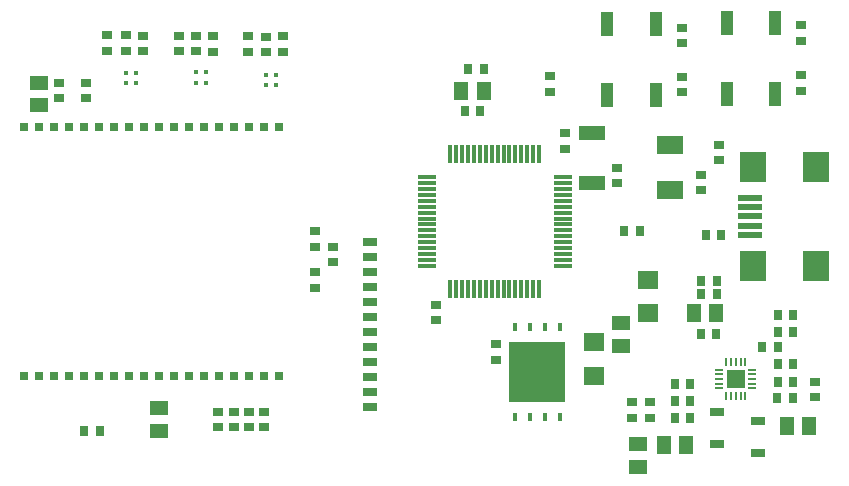
<source format=gts>
G75*
%MOIN*%
%OFA0B0*%
%FSLAX25Y25*%
%IPPOS*%
%LPD*%
%AMOC8*
5,1,8,0,0,1.08239X$1,22.5*
%
%ADD10R,0.02559X0.03150*%
%ADD11R,0.05906X0.01181*%
%ADD12R,0.01181X0.05906*%
%ADD13R,0.02756X0.00787*%
%ADD14R,0.00787X0.02756*%
%ADD15R,0.06496X0.06496*%
%ADD16R,0.08661X0.09843*%
%ADD17R,0.07874X0.01969*%
%ADD18R,0.03937X0.07874*%
%ADD19R,0.01772X0.01772*%
%ADD20R,0.05118X0.05906*%
%ADD21R,0.02756X0.03543*%
%ADD22R,0.03543X0.02756*%
%ADD23R,0.05906X0.05118*%
%ADD24R,0.04724X0.02559*%
%ADD25R,0.19000X0.20000*%
%ADD26R,0.01400X0.03000*%
%ADD27R,0.09055X0.06299*%
%ADD28R,0.08661X0.05118*%
%ADD29R,0.05000X0.02500*%
%ADD30R,0.07098X0.06299*%
D10*
X0119213Y0126339D03*
X0114213Y0126339D03*
X0109213Y0126339D03*
X0104213Y0126339D03*
X0099213Y0126339D03*
X0094213Y0126339D03*
X0089213Y0126339D03*
X0084213Y0126339D03*
X0079213Y0126339D03*
X0074213Y0126339D03*
X0069213Y0126339D03*
X0064213Y0126339D03*
X0059213Y0126339D03*
X0054213Y0126339D03*
X0049213Y0126339D03*
X0044213Y0126339D03*
X0039213Y0126339D03*
X0034213Y0126339D03*
X0034213Y0043661D03*
X0039213Y0043661D03*
X0044213Y0043661D03*
X0049213Y0043661D03*
X0054213Y0043661D03*
X0059213Y0043661D03*
X0064213Y0043661D03*
X0069213Y0043661D03*
X0074213Y0043661D03*
X0079213Y0043661D03*
X0084213Y0043661D03*
X0089213Y0043661D03*
X0094213Y0043661D03*
X0099213Y0043661D03*
X0104213Y0043661D03*
X0109213Y0043661D03*
X0114213Y0043661D03*
X0119213Y0043661D03*
D11*
X0168462Y0109764D03*
X0168462Y0107795D03*
X0168462Y0105827D03*
X0168462Y0103858D03*
X0168462Y0101890D03*
X0168462Y0099921D03*
X0168462Y0097953D03*
X0168462Y0095984D03*
X0168462Y0094016D03*
X0168462Y0092047D03*
X0168462Y0090079D03*
X0168462Y0088110D03*
X0168462Y0086142D03*
X0168462Y0084173D03*
X0168462Y0082205D03*
X0168462Y0080236D03*
X0213738Y0080236D03*
X0213738Y0082205D03*
X0213738Y0084173D03*
X0213738Y0086142D03*
X0213738Y0088110D03*
X0213738Y0090079D03*
X0213738Y0092047D03*
X0213738Y0094016D03*
X0213738Y0095984D03*
X0213738Y0097953D03*
X0213738Y0099921D03*
X0213738Y0101890D03*
X0213738Y0103858D03*
X0213738Y0105827D03*
X0213738Y0107795D03*
X0213738Y0109764D03*
D12*
X0176336Y0072362D03*
X0178305Y0072362D03*
X0180273Y0072362D03*
X0182242Y0072362D03*
X0184210Y0072362D03*
X0186179Y0072362D03*
X0188147Y0072362D03*
X0190116Y0072362D03*
X0192084Y0072362D03*
X0194053Y0072362D03*
X0196021Y0072362D03*
X0197990Y0072362D03*
X0199958Y0072362D03*
X0201927Y0072362D03*
X0203895Y0072362D03*
X0205864Y0072362D03*
X0205864Y0117638D03*
X0203895Y0117638D03*
X0201927Y0117638D03*
X0199958Y0117638D03*
X0197990Y0117638D03*
X0196021Y0117638D03*
X0194053Y0117638D03*
X0192084Y0117638D03*
X0190116Y0117638D03*
X0188147Y0117638D03*
X0186179Y0117638D03*
X0184210Y0117638D03*
X0182242Y0117638D03*
X0180273Y0117638D03*
X0178305Y0117638D03*
X0176336Y0117638D03*
D13*
X0265988Y0045650D03*
X0265988Y0044075D03*
X0265988Y0042500D03*
X0265988Y0040925D03*
X0265988Y0039350D03*
X0277012Y0039350D03*
X0277012Y0040925D03*
X0277012Y0042500D03*
X0277012Y0044075D03*
X0277012Y0045650D03*
D14*
X0268350Y0036988D03*
X0269925Y0036988D03*
X0271500Y0036988D03*
X0273075Y0036988D03*
X0274650Y0036988D03*
X0274650Y0048012D03*
X0273075Y0048012D03*
X0271500Y0048012D03*
X0269925Y0048012D03*
X0268350Y0048012D03*
D15*
X0271500Y0042500D03*
D16*
X0277326Y0080165D03*
X0277326Y0113235D03*
X0298192Y0080165D03*
X0298192Y0113235D03*
D17*
X0276342Y0090401D03*
X0276342Y0093550D03*
X0276342Y0096700D03*
X0276342Y0099850D03*
X0276342Y0102999D03*
D18*
X0268588Y0137589D03*
X0284612Y0137589D03*
X0268588Y0161211D03*
X0284612Y0161211D03*
X0228688Y0137089D03*
X0244712Y0137089D03*
X0228688Y0160711D03*
X0244712Y0160711D03*
D19*
X0071473Y0141127D03*
X0068127Y0141127D03*
X0068127Y0144473D03*
X0071473Y0144473D03*
X0094873Y0141327D03*
X0091527Y0141327D03*
X0091527Y0144673D03*
X0094873Y0144673D03*
X0118073Y0140427D03*
X0114727Y0140427D03*
X0114727Y0143773D03*
X0118073Y0143773D03*
D20*
X0264840Y0064600D03*
X0257360Y0064600D03*
X0247460Y0020600D03*
X0254940Y0020600D03*
X0179960Y0138600D03*
X0187440Y0138600D03*
X0288360Y0026700D03*
X0295840Y0026700D03*
D21*
X0285441Y0063800D03*
X0290559Y0063800D03*
X0256159Y0035100D03*
X0251041Y0035100D03*
X0280341Y0053100D03*
X0285459Y0053100D03*
X0264959Y0057600D03*
X0259841Y0057600D03*
X0265059Y0070700D03*
X0259941Y0070700D03*
X0259941Y0075100D03*
X0265059Y0075100D03*
X0256159Y0029400D03*
X0251041Y0029400D03*
X0251041Y0040900D03*
X0256159Y0040900D03*
X0290559Y0041400D03*
X0285441Y0041400D03*
X0290559Y0047500D03*
X0285441Y0047500D03*
X0290459Y0036300D03*
X0285341Y0036300D03*
X0290559Y0058100D03*
X0285441Y0058100D03*
X0239359Y0091700D03*
X0234241Y0091700D03*
X0182341Y0145900D03*
X0187459Y0145900D03*
X0181041Y0132000D03*
X0186159Y0132000D03*
X0054241Y0025200D03*
X0059359Y0025200D03*
X0261441Y0090400D03*
X0266559Y0090400D03*
D22*
X0298000Y0041459D03*
X0298000Y0036341D03*
X0137300Y0086659D03*
X0137300Y0081541D03*
X0131300Y0091759D03*
X0131300Y0086641D03*
X0209500Y0143359D03*
X0209500Y0138241D03*
X0131300Y0072941D03*
X0131300Y0078059D03*
X0171500Y0062041D03*
X0171500Y0067159D03*
X0191500Y0048941D03*
X0191500Y0054059D03*
X0114300Y0031659D03*
X0114300Y0026541D03*
X0109200Y0031659D03*
X0109200Y0026541D03*
X0104200Y0031659D03*
X0104200Y0026541D03*
X0099000Y0031659D03*
X0099000Y0026541D03*
X0054900Y0141159D03*
X0054900Y0136041D03*
X0045700Y0141159D03*
X0045700Y0136041D03*
X0253400Y0154541D03*
X0253400Y0159659D03*
X0253400Y0138141D03*
X0253400Y0143259D03*
X0293300Y0155241D03*
X0293300Y0160359D03*
X0293200Y0138641D03*
X0293200Y0143759D03*
X0114800Y0156659D03*
X0114800Y0151541D03*
X0120400Y0156759D03*
X0120400Y0151641D03*
X0109000Y0156759D03*
X0109000Y0151641D03*
X0091500Y0156859D03*
X0091500Y0151741D03*
X0097300Y0156759D03*
X0097300Y0151641D03*
X0085900Y0156959D03*
X0085900Y0151841D03*
X0068100Y0157059D03*
X0068100Y0151941D03*
X0073800Y0156959D03*
X0073800Y0151841D03*
X0062000Y0157059D03*
X0062000Y0151941D03*
X0266000Y0115341D03*
X0266000Y0120459D03*
X0259900Y0110559D03*
X0259900Y0105441D03*
X0214600Y0119241D03*
X0214600Y0124359D03*
X0231900Y0112959D03*
X0231900Y0107841D03*
X0237000Y0029641D03*
X0237000Y0034759D03*
X0242700Y0029641D03*
X0242700Y0034759D03*
D23*
X0233200Y0061140D03*
X0233200Y0053660D03*
X0039200Y0141240D03*
X0039200Y0133760D03*
X0079200Y0032740D03*
X0079200Y0025260D03*
X0238800Y0013260D03*
X0238800Y0020740D03*
D24*
X0265200Y0031513D03*
X0265200Y0020687D03*
X0278700Y0028513D03*
X0278700Y0017687D03*
D25*
X0205200Y0044900D03*
D26*
X0197700Y0029900D03*
X0202700Y0029900D03*
X0207700Y0029900D03*
X0212700Y0029900D03*
X0212700Y0059900D03*
X0207700Y0059900D03*
X0202700Y0059900D03*
X0197700Y0059900D03*
D27*
X0249400Y0105420D03*
X0249400Y0120380D03*
D28*
X0223500Y0124368D03*
X0223500Y0107832D03*
D29*
X0149600Y0088100D03*
X0149600Y0083100D03*
X0149600Y0078100D03*
X0149600Y0073100D03*
X0149600Y0068100D03*
X0149600Y0063100D03*
X0149600Y0058100D03*
X0149600Y0053100D03*
X0149600Y0048100D03*
X0149600Y0043100D03*
X0149600Y0038100D03*
X0149600Y0033100D03*
D30*
X0242100Y0075598D03*
X0242100Y0064402D03*
X0224200Y0054698D03*
X0224200Y0043502D03*
M02*

</source>
